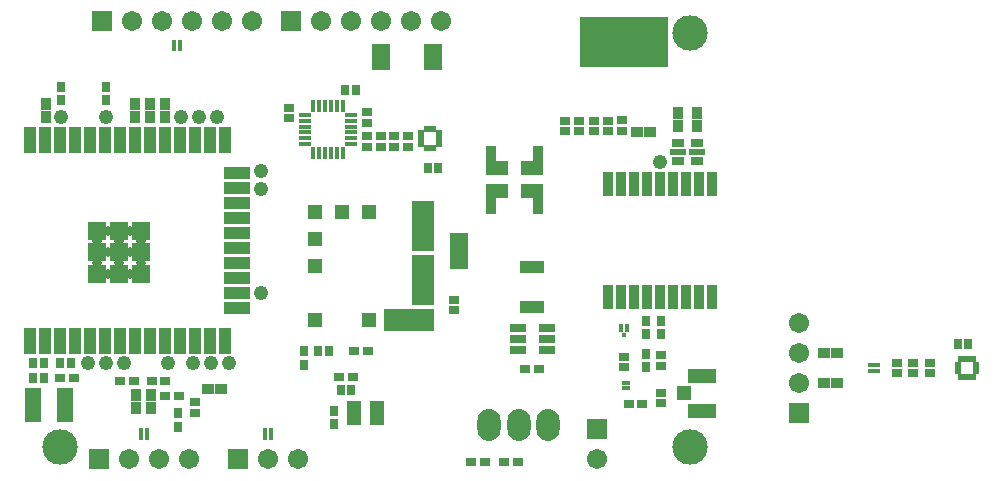
<source format=gts>
G04*
G04 #@! TF.GenerationSoftware,Altium Limited,Altium Designer,22.3.1 (43)*
G04*
G04 Layer_Color=8388736*
%FSLAX25Y25*%
%MOIN*%
G70*
G04*
G04 #@! TF.SameCoordinates,D668225F-02C3-4EAC-AD72-9857121BA27B*
G04*
G04*
G04 #@! TF.FilePolarity,Negative*
G04*
G01*
G75*
%ADD50R,0.29500X0.16500*%
%ADD51C,0.04800*%
%ADD52R,0.03950X0.03556*%
%ADD53R,0.03753X0.03162*%
%ADD54R,0.06312X0.09068*%
%ADD55R,0.03162X0.03320*%
G04:AMPARAMS|DCode=56|XSize=22.96mil|YSize=21.78mil|CornerRadius=4.62mil|HoleSize=0mil|Usage=FLASHONLY|Rotation=180.000|XOffset=0mil|YOffset=0mil|HoleType=Round|Shape=RoundedRectangle|*
%AMROUNDEDRECTD56*
21,1,0.02296,0.01254,0,0,180.0*
21,1,0.01372,0.02178,0,0,180.0*
1,1,0.00924,-0.00686,0.00627*
1,1,0.00924,0.00686,0.00627*
1,1,0.00924,0.00686,-0.00627*
1,1,0.00924,-0.00686,-0.00627*
%
%ADD56ROUNDEDRECTD56*%
%ADD57R,0.03320X0.03162*%
%ADD58R,0.01824X0.03910*%
%ADD59R,0.03910X0.01824*%
%ADD60R,0.04343X0.08674*%
%ADD61R,0.08674X0.04343*%
%ADD62R,0.06036X0.06036*%
%ADD63R,0.07493X0.04737*%
%ADD64R,0.03556X0.05918*%
%ADD65R,0.03162X0.03753*%
%ADD66R,0.04737X0.02572*%
%ADD67R,0.01706X0.01981*%
%ADD68R,0.03556X0.03950*%
%ADD69R,0.04776X0.04776*%
%ADD70R,0.07769X0.16824*%
%ADD71R,0.16824X0.07769*%
%ADD72R,0.05721X0.02769*%
%ADD73R,0.03556X0.03162*%
%ADD74R,0.04934X0.04737*%
%ADD75R,0.09461X0.04934*%
%ADD76C,0.11811*%
%ADD77C,0.01650*%
%ADD78R,0.03556X0.07887*%
G04:AMPARAMS|DCode=79|XSize=22.96mil|YSize=21.78mil|CornerRadius=4.62mil|HoleSize=0mil|Usage=FLASHONLY|Rotation=90.000|XOffset=0mil|YOffset=0mil|HoleType=Round|Shape=RoundedRectangle|*
%AMROUNDEDRECTD79*
21,1,0.02296,0.01254,0,0,90.0*
21,1,0.01372,0.02178,0,0,90.0*
1,1,0.00924,0.00627,0.00686*
1,1,0.00924,0.00627,-0.00686*
1,1,0.00924,-0.00627,-0.00686*
1,1,0.00924,-0.00627,0.00686*
%
%ADD79ROUNDEDRECTD79*%
%ADD80R,0.01981X0.01706*%
%ADD81R,0.07965X0.04186*%
%ADD82R,0.06312X0.05918*%
%ADD83R,0.05761X0.11509*%
%ADD84R,0.01784X0.01587*%
%ADD85R,0.03950X0.02965*%
%ADD86R,0.05524X0.01981*%
%ADD87O,0.07690X0.10642*%
%ADD88C,0.06706*%
%ADD89R,0.06706X0.06706*%
%ADD90C,0.03162*%
%ADD91R,0.06706X0.06706*%
D50*
X283250Y266250D02*
D03*
D51*
X151500Y159000D02*
D03*
X139500D02*
D03*
X295000Y226000D02*
D03*
X116500Y159000D02*
D03*
X141500Y241000D02*
D03*
X135500D02*
D03*
X110500Y159000D02*
D03*
X131000D02*
D03*
X162000Y182500D02*
D03*
X110500Y241000D02*
D03*
X95500D02*
D03*
X162000Y223000D02*
D03*
X147500Y241000D02*
D03*
X104500Y159000D02*
D03*
X145500D02*
D03*
X162000Y217000D02*
D03*
D52*
X144335Y150500D02*
D03*
X148665D02*
D03*
X287500Y236000D02*
D03*
X291831D02*
D03*
X349835Y162500D02*
D03*
X354165D02*
D03*
X349835Y152500D02*
D03*
X354165D02*
D03*
D53*
X95236Y154000D02*
D03*
X99764D02*
D03*
X243236Y126000D02*
D03*
X247764D02*
D03*
X236764D02*
D03*
X232236D02*
D03*
X192764Y154500D02*
D03*
X188236D02*
D03*
X130236Y148000D02*
D03*
X134764D02*
D03*
X125736Y153000D02*
D03*
X130264D02*
D03*
X119764D02*
D03*
X115236D02*
D03*
X197764Y163000D02*
D03*
X193236D02*
D03*
X254764Y157000D02*
D03*
X250236D02*
D03*
D54*
X202177Y261000D02*
D03*
X219500D02*
D03*
D55*
X193732Y250000D02*
D03*
X190268D02*
D03*
X221232Y224000D02*
D03*
X217768D02*
D03*
X192232Y150000D02*
D03*
X188768D02*
D03*
X394500Y165500D02*
D03*
X397965D02*
D03*
X181268Y163000D02*
D03*
X184732D02*
D03*
X89732Y159000D02*
D03*
X86268D02*
D03*
X89732Y154000D02*
D03*
X86268D02*
D03*
X95268Y159000D02*
D03*
X98732D02*
D03*
D56*
X217531Y230976D02*
D03*
X219500D02*
D03*
X221528Y232020D02*
D03*
Y233988D02*
D03*
Y235957D02*
D03*
X219500Y237000D02*
D03*
X217531D02*
D03*
X215504Y235957D02*
D03*
Y233988D02*
D03*
Y232020D02*
D03*
D57*
X202000Y234732D02*
D03*
Y231268D02*
D03*
X206500Y234732D02*
D03*
Y231268D02*
D03*
X211000Y234732D02*
D03*
Y231268D02*
D03*
X197500Y234732D02*
D03*
Y231268D02*
D03*
Y242732D02*
D03*
Y239268D02*
D03*
X171500Y244232D02*
D03*
Y240768D02*
D03*
X379500Y155768D02*
D03*
Y159232D02*
D03*
X140000Y146000D02*
D03*
Y142535D02*
D03*
X374000Y159232D02*
D03*
Y155768D02*
D03*
X385000Y159232D02*
D03*
Y155768D02*
D03*
X226500Y176768D02*
D03*
Y180232D02*
D03*
X263500Y236500D02*
D03*
Y239965D02*
D03*
X268299Y236514D02*
D03*
Y239979D02*
D03*
X273076Y236492D02*
D03*
Y239957D02*
D03*
X277853Y236514D02*
D03*
Y239979D02*
D03*
X282586Y236536D02*
D03*
Y240001D02*
D03*
X295500Y145768D02*
D03*
Y149232D02*
D03*
Y161732D02*
D03*
Y158268D02*
D03*
X283000Y157768D02*
D03*
Y161232D02*
D03*
D58*
X179579Y229244D02*
D03*
X181547D02*
D03*
X183516D02*
D03*
X185484D02*
D03*
X187453D02*
D03*
X189421D02*
D03*
Y244756D02*
D03*
X187453D02*
D03*
X185484D02*
D03*
X183516D02*
D03*
X181547D02*
D03*
X179579D02*
D03*
D59*
X192256Y232079D02*
D03*
Y234047D02*
D03*
Y236016D02*
D03*
Y237984D02*
D03*
Y239953D02*
D03*
Y241921D02*
D03*
X176744D02*
D03*
Y239953D02*
D03*
Y237984D02*
D03*
Y236016D02*
D03*
Y234047D02*
D03*
Y232079D02*
D03*
D60*
X85291Y166535D02*
D03*
X90291D02*
D03*
X95291D02*
D03*
X100291D02*
D03*
X105291D02*
D03*
X110291D02*
D03*
X115291D02*
D03*
X120291D02*
D03*
X125291D02*
D03*
X130291D02*
D03*
X135291D02*
D03*
X140291D02*
D03*
X145291D02*
D03*
X150291D02*
D03*
Y233465D02*
D03*
X145291D02*
D03*
X140291D02*
D03*
X135291D02*
D03*
X130291D02*
D03*
X125291D02*
D03*
X120291D02*
D03*
X115291D02*
D03*
X110291D02*
D03*
X105291D02*
D03*
X100291D02*
D03*
X95291D02*
D03*
X90291D02*
D03*
X85291D02*
D03*
D61*
X154228Y177500D02*
D03*
Y182500D02*
D03*
Y187500D02*
D03*
Y192500D02*
D03*
Y197500D02*
D03*
Y202500D02*
D03*
Y207500D02*
D03*
Y212500D02*
D03*
Y217500D02*
D03*
Y222500D02*
D03*
D62*
X107595Y188839D02*
D03*
Y196063D02*
D03*
Y203287D02*
D03*
X114819Y188839D02*
D03*
Y196063D02*
D03*
Y203287D02*
D03*
X122043Y188839D02*
D03*
Y196063D02*
D03*
Y203287D02*
D03*
D63*
X252500Y216520D02*
D03*
Y224000D02*
D03*
X240689D02*
D03*
Y216520D02*
D03*
D64*
X254468Y211992D02*
D03*
Y228528D02*
D03*
X238720D02*
D03*
Y211992D02*
D03*
D65*
X186500Y138736D02*
D03*
Y143264D02*
D03*
X134500Y142500D02*
D03*
Y137972D02*
D03*
X176500Y158472D02*
D03*
Y163000D02*
D03*
X295500Y173264D02*
D03*
Y168736D02*
D03*
X290500D02*
D03*
Y173264D02*
D03*
Y157736D02*
D03*
Y162264D02*
D03*
X95500Y246736D02*
D03*
Y251264D02*
D03*
X110500Y246736D02*
D03*
Y251264D02*
D03*
D66*
X200740Y145059D02*
D03*
Y142500D02*
D03*
Y139941D02*
D03*
X193260D02*
D03*
Y142500D02*
D03*
Y145059D02*
D03*
D67*
X163516Y134555D02*
D03*
X165484D02*
D03*
X122016D02*
D03*
X123984D02*
D03*
X165484Y136445D02*
D03*
X163516D02*
D03*
X123984D02*
D03*
X122016D02*
D03*
X134984Y265945D02*
D03*
X133016D02*
D03*
Y264055D02*
D03*
X134984D02*
D03*
D68*
X120285Y245516D02*
D03*
Y241185D02*
D03*
X120505Y148495D02*
D03*
Y144165D02*
D03*
X125500Y148500D02*
D03*
Y144169D02*
D03*
X125218Y241160D02*
D03*
Y245491D02*
D03*
X90488Y240998D02*
D03*
Y245329D02*
D03*
X130151Y241185D02*
D03*
Y245516D02*
D03*
X307500Y242500D02*
D03*
Y238169D02*
D03*
X301030Y242565D02*
D03*
Y238234D02*
D03*
D69*
X198020Y209512D02*
D03*
Y173488D02*
D03*
X179988D02*
D03*
Y191480D02*
D03*
Y200496D02*
D03*
Y209512D02*
D03*
X189004D02*
D03*
D70*
X216012Y204984D02*
D03*
Y186992D02*
D03*
D71*
X211524Y173488D02*
D03*
D72*
X247657Y170980D02*
D03*
Y167240D02*
D03*
Y163500D02*
D03*
X257500D02*
D03*
Y167240D02*
D03*
Y170980D02*
D03*
D73*
X284835Y145500D02*
D03*
X289165D02*
D03*
D74*
X302996Y149000D02*
D03*
D75*
X309000Y154807D02*
D03*
Y143193D02*
D03*
D76*
X305000Y269000D02*
D03*
Y131000D02*
D03*
X95000D02*
D03*
D77*
X283000Y150925D02*
D03*
Y152500D02*
D03*
X284575Y150925D02*
D03*
Y152500D02*
D03*
D78*
X312323Y218701D02*
D03*
X307992D02*
D03*
X303661D02*
D03*
X299331D02*
D03*
X295000D02*
D03*
X290669D02*
D03*
X286339D02*
D03*
X282008D02*
D03*
X277677D02*
D03*
Y181299D02*
D03*
X282008D02*
D03*
X286339D02*
D03*
X290669D02*
D03*
X295000D02*
D03*
X299331D02*
D03*
X303661D02*
D03*
X307992D02*
D03*
X312323D02*
D03*
D79*
X395532Y160512D02*
D03*
X397500D02*
D03*
X399468D02*
D03*
X400512Y158484D02*
D03*
Y156516D02*
D03*
X399468Y154488D02*
D03*
X397500D02*
D03*
X395532D02*
D03*
X394488Y156516D02*
D03*
Y158484D02*
D03*
D80*
X365500Y158468D02*
D03*
Y156500D02*
D03*
X367390D02*
D03*
Y158468D02*
D03*
D81*
X252500Y177905D02*
D03*
Y191095D02*
D03*
D82*
X228000Y193350D02*
D03*
Y199650D02*
D03*
D83*
X96736Y145000D02*
D03*
X86264D02*
D03*
D84*
X283000Y168445D02*
D03*
X283984Y170000D02*
D03*
Y171555D02*
D03*
X282016D02*
D03*
Y170000D02*
D03*
D85*
X307500Y232354D02*
D03*
Y226646D02*
D03*
X301000Y232354D02*
D03*
Y226646D02*
D03*
D86*
X307500Y229500D02*
D03*
X301000D02*
D03*
D87*
X238158Y138500D02*
D03*
X257842D02*
D03*
X248000D02*
D03*
D88*
X159000Y273000D02*
D03*
X149000D02*
D03*
X139000D02*
D03*
X129000D02*
D03*
X119000D02*
D03*
X222000D02*
D03*
X212000D02*
D03*
X202000D02*
D03*
X192000D02*
D03*
X182000D02*
D03*
X118000Y127000D02*
D03*
X128000D02*
D03*
X138000D02*
D03*
X174500D02*
D03*
X164500D02*
D03*
X341500Y172500D02*
D03*
Y162500D02*
D03*
Y152500D02*
D03*
X274000Y127000D02*
D03*
D89*
X109000Y273000D02*
D03*
X172000D02*
D03*
X108000Y127000D02*
D03*
X154500D02*
D03*
D90*
X107595Y192451D02*
D03*
Y199675D02*
D03*
X111207Y188839D02*
D03*
Y196063D02*
D03*
Y203287D02*
D03*
X114819Y192451D02*
D03*
Y199675D02*
D03*
X118431Y188839D02*
D03*
Y196063D02*
D03*
Y203287D02*
D03*
X122043Y192451D02*
D03*
Y199675D02*
D03*
D91*
X341500Y142500D02*
D03*
X274000Y137000D02*
D03*
M02*

</source>
